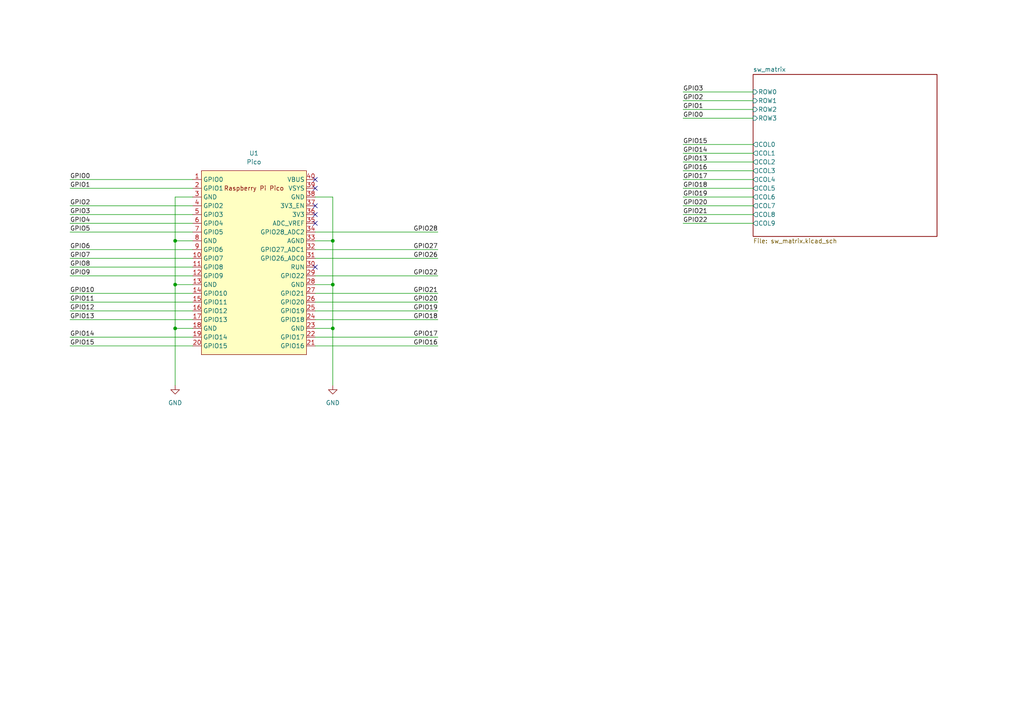
<source format=kicad_sch>
(kicad_sch (version 20230121) (generator eeschema)
  (paper "A4")
  (lib_symbols
    (symbol "my_pico:my_pico_no_dbg"
      (property "Reference" "U" (at -13.97 27.94 0))
      (property "Value" "Pico" (at 0 19.05 0))
      (symbol "my_pico_no_dbg_0_0"
        (text "Raspberry Pi Pico" (at 0 21.59 0) (effects (font (size 1.27 1.27))))
      )
      (symbol "my_pico_no_dbg_0_1"
        (rectangle (start -15.24 26.67) (end 15.24 -26.67) (fill (type background)))
      )
      (symbol "my_pico_no_dbg_1_1"
        (pin bidirectional line (at -17.78 24.13 0) (length 2.54) (name "GPIO0") (number "1"))
        (pin bidirectional line (at -17.78 1.27 0) (length 2.54) (name "GPIO7") (number "10"))
        (pin bidirectional line (at -17.78 -1.27 0) (length 2.54) (name "GPIO8") (number "11"))
        (pin bidirectional line (at -17.78 -3.81 0) (length 2.54) (name "GPIO9") (number "12"))
        (pin power_in line (at -17.78 -6.35 0) (length 2.54) (name "GND") (number "13"))
        (pin bidirectional line (at -17.78 -8.89 0) (length 2.54) (name "GPIO10") (number "14"))
        (pin bidirectional line (at -17.78 -11.43 0) (length 2.54) (name "GPIO11") (number "15"))
        (pin bidirectional line (at -17.78 -13.97 0) (length 2.54) (name "GPIO12") (number "16"))
        (pin bidirectional line (at -17.78 -16.51 0) (length 2.54) (name "GPIO13") (number "17"))
        (pin power_in line (at -17.78 -19.05 0) (length 2.54) (name "GND") (number "18"))
        (pin bidirectional line (at -17.78 -21.59 0) (length 2.54) (name "GPIO14") (number "19"))
        (pin bidirectional line (at -17.78 21.59 0) (length 2.54) (name "GPIO1") (number "2"))
        (pin bidirectional line (at -17.78 -24.13 0) (length 2.54) (name "GPIO15") (number "20"))
        (pin bidirectional line (at 17.78 -24.13 180) (length 2.54) (name "GPIO16") (number "21"))
        (pin bidirectional line (at 17.78 -21.59 180) (length 2.54) (name "GPIO17") (number "22"))
        (pin power_in line (at 17.78 -19.05 180) (length 2.54) (name "GND") (number "23"))
        (pin bidirectional line (at 17.78 -16.51 180) (length 2.54) (name "GPIO18") (number "24"))
        (pin bidirectional line (at 17.78 -13.97 180) (length 2.54) (name "GPIO19") (number "25"))
        (pin bidirectional line (at 17.78 -11.43 180) (length 2.54) (name "GPIO20") (number "26"))
        (pin bidirectional line (at 17.78 -8.89 180) (length 2.54) (name "GPIO21") (number "27"))
        (pin power_in line (at 17.78 -6.35 180) (length 2.54) (name "GND") (number "28"))
        (pin bidirectional line (at 17.78 -3.81 180) (length 2.54) (name "GPIO22") (number "29"))
        (pin power_in line (at -17.78 19.05 0) (length 2.54) (name "GND") (number "3"))
        (pin input line (at 17.78 -1.27 180) (length 2.54) (name "RUN") (number "30"))
        (pin bidirectional line (at 17.78 1.27 180) (length 2.54) (name "GPIO26_ADC0") (number "31"))
        (pin bidirectional line (at 17.78 3.81 180) (length 2.54) (name "GPIO27_ADC1") (number "32"))
        (pin power_in line (at 17.78 6.35 180) (length 2.54) (name "AGND") (number "33"))
        (pin bidirectional line (at 17.78 8.89 180) (length 2.54) (name "GPIO28_ADC2") (number "34"))
        (pin power_in line (at 17.78 11.43 180) (length 2.54) (name "ADC_VREF") (number "35"))
        (pin power_out line (at 17.78 13.97 180) (length 2.54) (name "3V3") (number "36"))
        (pin input line (at 17.78 16.51 180) (length 2.54) (name "3V3_EN") (number "37"))
        (pin power_in line (at 17.78 19.05 180) (length 2.54) (name "GND") (number "38"))
        (pin power_in line (at 17.78 21.59 180) (length 2.54) (name "VSYS") (number "39"))
        (pin bidirectional line (at -17.78 16.51 0) (length 2.54) (name "GPIO2") (number "4"))
        (pin power_in line (at 17.78 24.13 180) (length 2.54) (name "VBUS") (number "40"))
        (pin bidirectional line (at -17.78 13.97 0) (length 2.54) (name "GPIO3") (number "5"))
        (pin bidirectional line (at -17.78 11.43 0) (length 2.54) (name "GPIO4") (number "6"))
        (pin bidirectional line (at -17.78 8.89 0) (length 2.54) (name "GPIO5") (number "7"))
        (pin power_in line (at -17.78 6.35 0) (length 2.54) (name "GND") (number "8"))
        (pin bidirectional line (at -17.78 3.81 0) (length 2.54) (name "GPIO6") (number "9"))
      )
    )
    (symbol "power:GND" (power) (pin_names (offset 0))
      (property "Value" "GND" (at 0 -3.81 0))
      (symbol "GND_0_1"
        (polyline (pts (xy 0 0) (xy 0 -1.27) (xy 1.27 -1.27) (xy 0 -2.54) (xy -1.27 -1.27) (xy 0 -1.27)))
      )
      (symbol "GND_1_1"
        (pin power_in line (at 0 0 270) (length 0) hide (name "GND") (number "1"))
      )
    )
  )
  (junction (at 96.52 69.85))
  (junction (at 50.8 69.85))
  (junction (at 50.8 95.25))
  (junction (at 50.8 82.55))
  (junction (at 96.52 95.25))
  (junction (at 96.52 82.55))
  (no_connect (at 91.44 59.69))
  (no_connect (at 91.44 54.61))
  (no_connect (at 91.44 52.07))
  (no_connect (at 91.44 77.47))
  (no_connect (at 91.44 64.77))
  (no_connect (at 91.44 62.23))
  (wire (pts (xy 20.32 72.39) (xy 55.88 72.39)))
  (wire (pts (xy 20.32 97.79) (xy 55.88 97.79)))
  (wire (pts (xy 91.44 82.55) (xy 96.52 82.55)))
  (wire (pts (xy 91.44 67.31) (xy 127 67.31)))
  (wire (pts (xy 20.32 87.63) (xy 55.88 87.63)))
  (wire (pts (xy 50.8 82.55) (xy 55.88 82.55)))
  (wire (pts (xy 96.52 95.25) (xy 96.52 111.76)))
  (wire (pts (xy 20.32 62.23) (xy 55.88 62.23)))
  (wire (pts (xy 96.52 69.85) (xy 96.52 82.55)))
  (wire (pts (xy 198.12 52.07) (xy 218.44 52.07)))
  (wire (pts (xy 50.8 82.55) (xy 50.8 95.25)))
  (wire (pts (xy 198.12 49.53) (xy 218.44 49.53)))
  (wire (pts (xy 198.12 41.91) (xy 218.44 41.91)))
  (wire (pts (xy 20.32 77.47) (xy 55.88 77.47)))
  (wire (pts (xy 91.44 85.09) (xy 127 85.09)))
  (wire (pts (xy 20.32 92.71) (xy 55.88 92.71)))
  (wire (pts (xy 91.44 100.33) (xy 127 100.33)))
  (wire (pts (xy 198.12 34.29) (xy 218.44 34.29)))
  (wire (pts (xy 20.32 74.93) (xy 55.88 74.93)))
  (wire (pts (xy 20.32 64.77) (xy 55.88 64.77)))
  (wire (pts (xy 91.44 90.17) (xy 127 90.17)))
  (wire (pts (xy 198.12 64.77) (xy 218.44 64.77)))
  (wire (pts (xy 96.52 57.15) (xy 96.52 69.85)))
  (wire (pts (xy 91.44 87.63) (xy 127 87.63)))
  (wire (pts (xy 198.12 31.75) (xy 218.44 31.75)))
  (wire (pts (xy 198.12 26.67) (xy 218.44 26.67)))
  (wire (pts (xy 91.44 80.01) (xy 127 80.01)))
  (wire (pts (xy 50.8 69.85) (xy 55.88 69.85)))
  (wire (pts (xy 91.44 57.15) (xy 96.52 57.15)))
  (wire (pts (xy 91.44 69.85) (xy 96.52 69.85)))
  (wire (pts (xy 55.88 57.15) (xy 50.8 57.15)))
  (wire (pts (xy 20.32 80.01) (xy 55.88 80.01)))
  (wire (pts (xy 20.32 90.17) (xy 55.88 90.17)))
  (wire (pts (xy 198.12 59.69) (xy 218.44 59.69)))
  (wire (pts (xy 50.8 95.25) (xy 55.88 95.25)))
  (wire (pts (xy 20.32 100.33) (xy 55.88 100.33)))
  (wire (pts (xy 198.12 29.21) (xy 218.44 29.21)))
  (wire (pts (xy 20.32 54.61) (xy 55.88 54.61)))
  (wire (pts (xy 91.44 74.93) (xy 127 74.93)))
  (wire (pts (xy 50.8 95.25) (xy 50.8 111.76)))
  (wire (pts (xy 198.12 54.61) (xy 218.44 54.61)))
  (wire (pts (xy 20.32 85.09) (xy 55.88 85.09)))
  (wire (pts (xy 91.44 72.39) (xy 127 72.39)))
  (wire (pts (xy 91.44 95.25) (xy 96.52 95.25)))
  (wire (pts (xy 198.12 46.99) (xy 218.44 46.99)))
  (wire (pts (xy 91.44 97.79) (xy 127 97.79)))
  (wire (pts (xy 20.32 59.69) (xy 55.88 59.69)))
  (wire (pts (xy 91.44 92.71) (xy 127 92.71)))
  (wire (pts (xy 198.12 57.15) (xy 218.44 57.15)))
  (wire (pts (xy 55.88 52.07) (xy 20.32 52.07)))
  (wire (pts (xy 50.8 69.85) (xy 50.8 82.55)))
  (wire (pts (xy 198.12 62.23) (xy 218.44 62.23)))
  (wire (pts (xy 20.32 67.31) (xy 55.88 67.31)))
  (wire (pts (xy 198.12 44.45) (xy 218.44 44.45)))
  (wire (pts (xy 96.52 82.55) (xy 96.52 95.25)))
  (wire (pts (xy 50.8 57.15) (xy 50.8 69.85)))
  (label "GPIO20" (at 127 87.63 180))
  (label "GPIO6" (at 20.32 72.39 0))
  (label "GPIO17" (at 198.12 52.07 0))
  (label "GPIO21" (at 127 85.09 180))
  (label "GPIO5" (at 20.32 67.31 0))
  (label "GPIO15" (at 198.12 41.91 0))
  (label "GPIO21" (at 198.12 62.23 0))
  (label "GPIO16" (at 198.12 49.53 0))
  (label "GPIO7" (at 20.32 74.93 0))
  (label "GPIO3" (at 198.12 26.67 0))
  (label "GPIO17" (at 127 97.79 180))
  (label "GPIO0" (at 198.12 34.29 0))
  (label "GPIO8" (at 20.32 77.47 0))
  (label "GPIO19" (at 198.12 57.15 0))
  (label "GPIO11" (at 20.32 87.63 0))
  (label "GPIO22" (at 198.12 64.77 0))
  (label "GPIO14" (at 20.32 97.79 0))
  (label "GPIO9" (at 20.32 80.01 0))
  (label "GPIO26" (at 127 74.93 180))
  (label "GPIO2" (at 20.32 59.69 0))
  (label "GPIO27" (at 127 72.39 180))
  (label "GPIO13" (at 20.32 92.71 0))
  (label "GPIO20" (at 198.12 59.69 0))
  (label "GPIO16" (at 127 100.33 180))
  (label "GPIO18" (at 127 92.71 180))
  (label "GPIO19" (at 127 90.17 180))
  (label "GPIO1" (at 20.32 54.61 0))
  (label "GPIO28" (at 127 67.31 180))
  (label "GPIO13" (at 198.12 46.99 0))
  (label "GPIO12" (at 20.32 90.17 0))
  (label "GPIO18" (at 198.12 54.61 0))
  (label "GPIO15" (at 20.32 100.33 0))
  (label "GPIO4" (at 20.32 64.77 0))
  (label "GPIO1" (at 198.12 31.75 0))
  (label "GPIO0" (at 20.32 52.07 0))
  (label "GPIO2" (at 198.12 29.21 0))
  (label "GPIO14" (at 198.12 44.45 0))
  (label "GPIO10" (at 20.32 85.09 0))
  (label "GPIO3" (at 20.32 62.23 0))
  (label "GPIO22" (at 127 80.01 180))
  (symbol (lib_id "power:GND") (at 96.52 111.76 0) (unit 1)
    (property "Reference" "#PWR01" (effects hide))
    (property "Value" "GND" (at 96.52 116.84 0))
  )
  (symbol (lib_id "power:GND") (at 50.8 111.76 0) (unit 1)
    (property "Reference" "#PWR02" (effects hide))
    (property "Value" "GND" (at 50.8 116.84 0))
  )
  (symbol (lib_id "my_pico:my_pico_no_dbg") (at 73.66 76.2 0) (unit 1)
    (property "Reference" "U1" (at 73.66 44.45 0))
    (property "Value" "Pico" (at 73.66 46.99 0))
    (property "Footprint" "my_pico_smd:pico_no_dbg_th" (effects hide))
  )
  (sheet (at 218.44 21.59) (size 53.34 46.99) (stroke (width 0.1524))
    (property "Sheetname" "sw_matrix" (at 218.44 20.8784 0) (effects (justify left bottom)))
    (property "Sheetfile" "sw_matrix.kicad_sch" (at 218.44 69.1646 0) (effects (justify left top)))
    (pin "COL3" output (at 218.44 49.53 180))
    (pin "ROW3" input (at 218.44 34.29 180))
    (pin "ROW2" input (at 218.44 31.75 180))
    (pin "ROW0" input (at 218.44 26.67 180))
    (pin "ROW1" input (at 218.44 29.21 180))
    (pin "COL2" output (at 218.44 46.99 180))
    (pin "COL1" output (at 218.44 44.45 180))
    (pin "COL0" output (at 218.44 41.91 180))
    (pin "COL9" output (at 218.44 64.77 180))
    (pin "COL7" output (at 218.44 59.69 180))
    (pin "COL8" output (at 218.44 62.23 180))
    (pin "COL4" output (at 218.44 52.07 180))
    (pin "COL5" output (at 218.44 54.61 180))
    (pin "COL6" output (at 218.44 57.15 180))
  )
)
</source>
